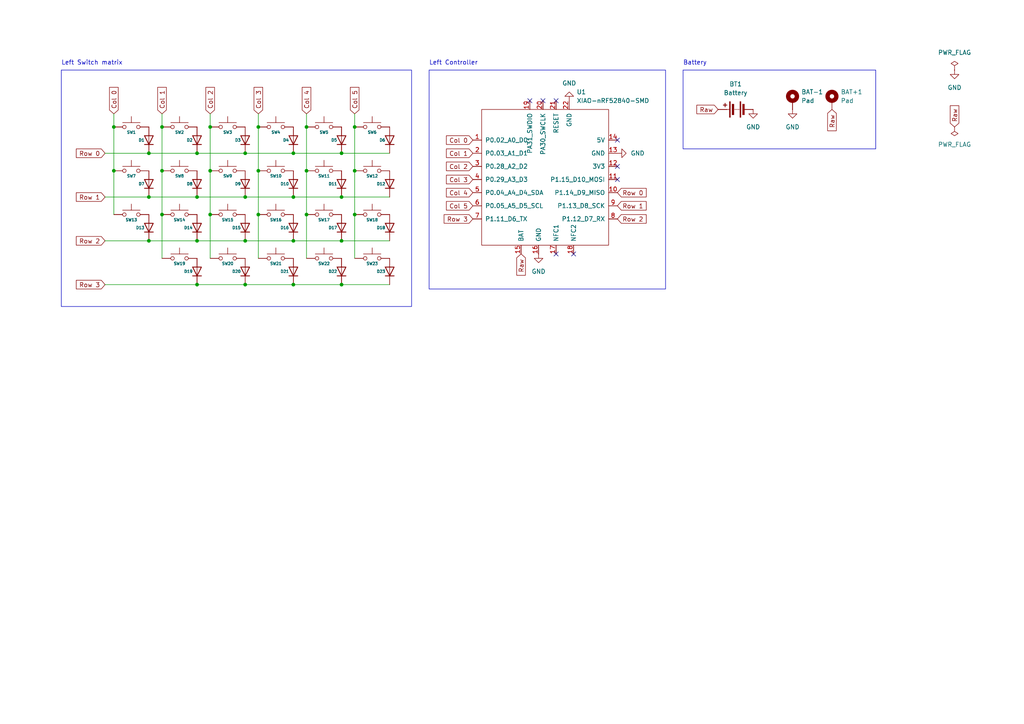
<source format=kicad_sch>
(kicad_sch (version 20250114) (generator "eeschema") (generator_version "9.0")
  (paper "A4")
  (lib_symbols
    (symbol "Device:Battery" (pin_numbers (hide yes)) (pin_names (offset 0) (hide yes))
      (property "Reference" "BT" (at 2.54 2.54 0))
      (property "Value" "Battery" (at 2.54 0 0))
      (symbol "Battery_0_1"
        (rectangle (start -2.286 1.778) (end 2.286 1.524) (fill (type outline)))
        (rectangle (start -2.286 -1.27) (end 2.286 -1.524) (fill (type outline)))
        (rectangle (start -1.524 1.016) (end 1.524 0.508) (fill (type outline)))
        (rectangle (start -1.524 -2.032) (end 1.524 -2.54) (fill (type outline)))
        (polyline (pts (xy 0 1.778) (xy 0 2.54)))
        (polyline (pts (xy 0 0) (xy 0 0.254)))
        (polyline (pts (xy 0 -0.508) (xy 0 -0.254)))
        (polyline (pts (xy 0 -1.016) (xy 0 -0.762)))
        (polyline (pts (xy 0.762 3.048) (xy 1.778 3.048)) (stroke (width 0.254)))
        (polyline (pts (xy 1.27 3.556) (xy 1.27 2.54)) (stroke (width 0.254)))
      )
      (symbol "Battery_1_1"
        (pin passive line (at 0 5.08 270) (length 2.54) (name "+") (number "1"))
        (pin passive line (at 0 -5.08 90) (length 2.54) (name "-") (number "2"))
      )
    )
    (symbol "Device:D" (pin_numbers (hide yes)) (pin_names (offset 1.016) (hide yes))
      (property "Reference" "D" (at 0 2.54 0))
      (property "Value" "D" (at 0 -2.54 0))
      (symbol "D_0_1"
        (polyline (pts (xy -1.27 1.27) (xy -1.27 -1.27)) (stroke (width 0.254)))
        (polyline (pts (xy 1.27 1.27) (xy 1.27 -1.27) (xy -1.27 0) (xy 1.27 1.27)) (stroke (width 0.254)))
        (polyline (pts (xy 1.27 0) (xy -1.27 0)))
      )
      (symbol "D_1_1"
        (pin passive line (at -3.81 0 0) (length 2.54) (name "K") (number "1"))
        (pin passive line (at 3.81 0 180) (length 2.54) (name "A") (number "2"))
      )
    )
    (symbol "Mechanical:MountingHole_Pad" (pin_numbers (hide yes)) (pin_names (offset 1.016) (hide yes)) (exclude_from_sim yes) (in_bom no)
      (property "Reference" "H" (at 0 6.35 0))
      (property "Value" "MountingHole_Pad" (at 0 4.445 0))
      (symbol "MountingHole_Pad_0_1"
        (circle (center 0 1.27) (radius 1.27) (stroke (width 1.27)))
      )
      (symbol "MountingHole_Pad_1_1"
        (pin input line (at 0 -2.54 90) (length 2.54) (name "1") (number "1"))
      )
    )
    (symbol "Seeed_Studio_XIAO_Series:XIAO-nRF52840-SMD" (pin_names (offset 1.016))
      (property "Reference" "U" (at -18.542 23.114 0))
      (property "Value" "XIAO-nRF52840-SMD" (at -8.636 21.336 0))
      (symbol "XIAO-nRF52840-SMD_0_1"
        (rectangle (start -19.05 20.32) (end 17.78 -19.05))
      )
      (symbol "XIAO-nRF52840-SMD_1_1"
        (pin passive line (at -21.59 11.43 0) (length 2.54) (name "P0.02_A0_D0") (number "1"))
        (pin passive line (at -21.59 7.62 0) (length 2.54) (name "P0.03_A1_D1") (number "2"))
        (pin passive line (at -21.59 3.81 0) (length 2.54) (name "P0.28_A2_D2") (number "3"))
        (pin passive line (at -21.59 0 0) (length 2.54) (name "P0.29_A3_D3") (number "4"))
        (pin passive line (at -21.59 -3.81 0) (length 2.54) (name "P0.04_A4_D4_SDA") (number "5"))
        (pin passive line (at -21.59 -7.62 0) (length 2.54) (name "P0.05_A5_D5_SCL") (number "6"))
        (pin passive line (at -21.59 -11.43 0) (length 2.54) (name "P1.11_D6_TX") (number "7"))
        (pin passive line (at -7.62 -21.59 90) (length 2.54) (name "BAT") (number "15"))
        (pin passive line (at -5.08 22.86 270) (length 2.54) (name "PA31_SWDIO") (number "19"))
        (pin passive line (at -2.54 -21.59 90) (length 2.54) (name "GND") (number "16"))
        (pin passive line (at -1.27 22.86 270) (length 2.54) (name "PA30_SWCLK") (number "20"))
        (pin passive line (at 2.54 22.86 270) (length 2.54) (name "RESET") (number "21"))
        (pin passive line (at 2.54 -21.59 90) (length 2.54) (name "NFC1") (number "17"))
        (pin passive line (at 6.35 22.86 270) (length 2.54) (name "GND") (number "22"))
        (pin passive line (at 7.62 -21.59 90) (length 2.54) (name "NFC2") (number "18"))
        (pin passive line (at 20.32 11.43 180) (length 2.54) (name "5V") (number "14"))
        (pin passive line (at 20.32 7.62 180) (length 2.54) (name "GND") (number "13"))
        (pin passive line (at 20.32 3.81 180) (length 2.54) (name "3V3") (number "12"))
        (pin passive line (at 20.32 0 180) (length 2.54) (name "P1.15_D10_MOSI") (number "11"))
        (pin passive line (at 20.32 -3.81 180) (length 2.54) (name "P1.14_D9_MISO") (number "10"))
        (pin passive line (at 20.32 -7.62 180) (length 2.54) (name "P1.13_D8_SCK") (number "9"))
        (pin passive line (at 20.32 -11.43 180) (length 2.54) (name "P1.12_D7_RX") (number "8"))
      )
    )
    (symbol "Switch:SW_Push" (pin_numbers (hide yes)) (pin_names (offset 1.016) (hide yes))
      (property "Reference" "SW" (at 1.27 2.54 0))
      (property "Value" "SW_Push" (at 0 -1.524 0))
      (symbol "SW_Push_0_1"
        (circle (center -2.032 0) (radius 0.508))
        (polyline (pts (xy 0 1.27) (xy 0 3.048)))
        (circle (center 2.032 0) (radius 0.508))
        (polyline (pts (xy 2.54 1.27) (xy -2.54 1.27)))
        (pin passive line (at -5.08 0 0) (length 2.54) (name "1") (number "1"))
        (pin passive line (at 5.08 0 180) (length 2.54) (name "2") (number "2"))
      )
    )
    (symbol "power:GND" (power) (pin_numbers (hide yes)) (pin_names (offset 0) (hide yes))
      (property "Value" "GND" (at 0 -3.81 0))
      (symbol "GND_0_1"
        (polyline (pts (xy 0 0) (xy 0 -1.27) (xy 1.27 -1.27) (xy 0 -2.54) (xy -1.27 -1.27) (xy 0 -1.27)))
      )
      (symbol "GND_1_1"
        (pin power_in line (at 0 0 270) (length 0) (name "~") (number "1"))
      )
    )
    (symbol "power:PWR_FLAG" (power) (pin_numbers (hide yes)) (pin_names (offset 0) (hide yes))
      (property "Value" "PWR_FLAG" (at 0 3.81 0))
      (symbol "PWR_FLAG_0_0"
        (pin power_out line (at 0 0 90) (length 0) (name "~") (number "1"))
      )
      (symbol "PWR_FLAG_0_1"
        (polyline (pts (xy 0 0) (xy 0 1.27) (xy -1.016 1.905) (xy 0 2.54) (xy 1.016 1.905) (xy 0 1.27)))
      )
    )
  )
  (rectangle (start 198.12 20.32) (end 254 43.18))
  (rectangle (start 124.46 20.32) (end 193.04 83.82))
  (rectangle (start 17.78 20.32) (end 119.38 88.9))
  (text "Left Switch matrix" (at 17.78 19.05 0) (effects (font (size 1.27 1.27)) (justify left bottom)))
  (text "Left Controller " (at 124.46 19.05 0) (effects (font (size 1.27 1.27)) (justify left bottom)))
  (text "Battery" (at 198.12 19.05 0) (effects (font (size 1.27 1.27)) (justify left bottom)))
  (junction (at 60.96 36.83))
  (junction (at 71.12 69.85))
  (junction (at 99.06 82.55))
  (junction (at 43.18 69.85))
  (junction (at 85.09 44.45))
  (junction (at 88.9 36.83))
  (junction (at 57.15 82.55))
  (junction (at 102.87 36.83))
  (junction (at 57.15 57.15))
  (junction (at 99.06 44.45))
  (junction (at 43.18 57.15))
  (junction (at 99.06 69.85))
  (junction (at 74.93 36.83))
  (junction (at 88.9 49.53))
  (junction (at 46.99 49.53))
  (junction (at 57.15 44.45))
  (junction (at 71.12 82.55))
  (junction (at 43.18 44.45))
  (junction (at 102.87 49.53))
  (junction (at 74.93 49.53))
  (junction (at 33.02 49.53))
  (junction (at 99.06 57.15))
  (junction (at 71.12 44.45))
  (junction (at 33.02 36.83))
  (junction (at 71.12 57.15))
  (junction (at 60.96 62.23))
  (junction (at 46.99 36.83))
  (junction (at 46.99 62.23))
  (junction (at 88.9 62.23))
  (junction (at 74.93 62.23))
  (junction (at 57.15 69.85))
  (junction (at 60.96 49.53))
  (junction (at 85.09 82.55))
  (junction (at 85.09 57.15))
  (junction (at 102.87 62.23))
  (junction (at 85.09 69.85))
  (no_connect (at 179.07 48.26))
  (no_connect (at 157.48 29.21))
  (no_connect (at 179.07 40.64))
  (no_connect (at 166.37 73.66))
  (no_connect (at 179.07 52.07))
  (no_connect (at 153.67 29.21))
  (no_connect (at 161.29 73.66))
  (no_connect (at 161.29 29.21))
  (wire (pts (xy 71.12 57.15) (xy 85.09 57.15)))
  (wire (pts (xy 57.15 57.15) (xy 71.12 57.15)))
  (wire (pts (xy 102.87 49.53) (xy 102.87 62.23)))
  (wire (pts (xy 30.48 69.85) (xy 43.18 69.85)))
  (wire (pts (xy 43.18 44.45) (xy 57.15 44.45)))
  (wire (pts (xy 85.09 44.45) (xy 99.06 44.45)))
  (wire (pts (xy 30.48 82.55) (xy 57.15 82.55)))
  (wire (pts (xy 99.06 82.55) (xy 113.03 82.55)))
  (wire (pts (xy 60.96 36.83) (xy 60.96 49.53)))
  (wire (pts (xy 46.99 49.53) (xy 46.99 62.23)))
  (wire (pts (xy 88.9 62.23) (xy 88.9 74.93)))
  (wire (pts (xy 60.96 49.53) (xy 60.96 62.23)))
  (wire (pts (xy 99.06 69.85) (xy 113.03 69.85)))
  (wire (pts (xy 57.15 69.85) (xy 71.12 69.85)))
  (wire (pts (xy 85.09 69.85) (xy 99.06 69.85)))
  (wire (pts (xy 33.02 33.02) (xy 33.02 36.83)))
  (wire (pts (xy 74.93 49.53) (xy 74.93 62.23)))
  (wire (pts (xy 43.18 69.85) (xy 57.15 69.85)))
  (wire (pts (xy 60.96 33.02) (xy 60.96 36.83)))
  (wire (pts (xy 102.87 36.83) (xy 102.87 49.53)))
  (wire (pts (xy 30.48 57.15) (xy 43.18 57.15)))
  (wire (pts (xy 102.87 33.02) (xy 102.87 36.83)))
  (wire (pts (xy 46.99 36.83) (xy 46.99 49.53)))
  (wire (pts (xy 85.09 57.15) (xy 99.06 57.15)))
  (wire (pts (xy 88.9 33.02) (xy 88.9 36.83)))
  (wire (pts (xy 99.06 57.15) (xy 113.03 57.15)))
  (wire (pts (xy 33.02 36.83) (xy 33.02 49.53)))
  (wire (pts (xy 102.87 62.23) (xy 102.87 74.93)))
  (wire (pts (xy 57.15 44.45) (xy 71.12 44.45)))
  (wire (pts (xy 74.93 36.83) (xy 74.93 49.53)))
  (wire (pts (xy 43.18 57.15) (xy 57.15 57.15)))
  (wire (pts (xy 74.93 62.23) (xy 74.93 74.93)))
  (wire (pts (xy 33.02 49.53) (xy 33.02 62.23)))
  (wire (pts (xy 46.99 33.02) (xy 46.99 36.83)))
  (wire (pts (xy 71.12 82.55) (xy 85.09 82.55)))
  (wire (pts (xy 74.93 33.02) (xy 74.93 36.83)))
  (wire (pts (xy 71.12 69.85) (xy 85.09 69.85)))
  (wire (pts (xy 30.48 44.45) (xy 43.18 44.45)))
  (wire (pts (xy 88.9 49.53) (xy 88.9 62.23)))
  (wire (pts (xy 46.99 62.23) (xy 46.99 74.93)))
  (wire (pts (xy 88.9 36.83) (xy 88.9 49.53)))
  (wire (pts (xy 57.15 82.55) (xy 71.12 82.55)))
  (wire (pts (xy 60.96 62.23) (xy 60.96 74.93)))
  (wire (pts (xy 71.12 44.45) (xy 85.09 44.45)))
  (wire (pts (xy 99.06 44.45) (xy 113.03 44.45)))
  (wire (pts (xy 85.09 82.55) (xy 99.06 82.55)))
  (global_label "Raw" (shape input) (at 151.13 73.66 270) (property "Intersheetrefs" "${INTERSHEET_REFS}" (effects (hide yes))))
  (global_label "Row 3" (shape input) (at 30.48 82.55 180) (property "Intersheetrefs" "${INTERSHEET_REFS}" (effects (hide yes))))
  (global_label "Row 0" (shape input) (at 30.48 44.45 180) (property "Intersheetrefs" "${INTERSHEET_REFS}" (effects (hide yes))))
  (global_label "Row 2" (shape input) (at 30.48 69.85 180) (property "Intersheetrefs" "${INTERSHEET_REFS}" (effects (hide yes))))
  (global_label "Raw" (shape input) (at 276.86 36.83 90) (property "Intersheetrefs" "${INTERSHEET_REFS}" (effects (hide yes))))
  (global_label "Row 3" (shape input) (at 137.16 63.5 180) (property "Intersheetrefs" "${INTERSHEET_REFS}" (effects (hide yes))))
  (global_label "Col 5" (shape input) (at 137.16 59.69 180) (property "Intersheetrefs" "${INTERSHEET_REFS}" (effects (hide yes))))
  (global_label "Col 1" (shape input) (at 137.16 44.45 180) (property "Intersheetrefs" "${INTERSHEET_REFS}" (effects (hide yes))))
  (global_label "Row 2" (shape input) (at 179.07 63.5 0) (property "Intersheetrefs" "${INTERSHEET_REFS}" (effects (hide yes))))
  (global_label "Col 2" (shape input) (at 137.16 48.26 180) (property "Intersheetrefs" "${INTERSHEET_REFS}" (effects (hide yes))))
  (global_label "Row 1" (shape input) (at 30.48 57.15 180) (property "Intersheetrefs" "${INTERSHEET_REFS}" (effects (hide yes))))
  (global_label "Col 0" (shape input) (at 137.16 40.64 180) (property "Intersheetrefs" "${INTERSHEET_REFS}" (effects (hide yes))))
  (global_label "Col 4" (shape input) (at 88.9 33.02 90) (property "Intersheetrefs" "${INTERSHEET_REFS}" (effects (hide yes))))
  (global_label "Col 0" (shape input) (at 33.02 33.02 90) (property "Intersheetrefs" "${INTERSHEET_REFS}" (effects (hide yes))))
  (global_label "Col 3" (shape input) (at 137.16 52.07 180) (property "Intersheetrefs" "${INTERSHEET_REFS}" (effects (hide yes))))
  (global_label "Col 3" (shape input) (at 74.93 33.02 90) (property "Intersheetrefs" "${INTERSHEET_REFS}" (effects (hide yes))))
  (global_label "Col 2" (shape input) (at 60.96 33.02 90) (property "Intersheetrefs" "${INTERSHEET_REFS}" (effects (hide yes))))
  (global_label "Row 0" (shape input) (at 179.07 55.88 0) (property "Intersheetrefs" "${INTERSHEET_REFS}" (effects (hide yes))))
  (global_label "Row 1" (shape input) (at 179.07 59.69 0) (property "Intersheetrefs" "${INTERSHEET_REFS}" (effects (hide yes))))
  (global_label "Col 4" (shape input) (at 137.16 55.88 180) (property "Intersheetrefs" "${INTERSHEET_REFS}" (effects (hide yes))))
  (global_label "Raw" (shape input) (at 241.3 31.75 270) (property "Intersheetrefs" "${INTERSHEET_REFS}" (effects (hide yes))))
  (global_label "Col 5" (shape input) (at 102.87 33.02 90) (property "Intersheetrefs" "${INTERSHEET_REFS}" (effects (hide yes))))
  (global_label "Col 1" (shape input) (at 46.99 33.02 90) (property "Intersheetrefs" "${INTERSHEET_REFS}" (effects (hide yes))))
  (global_label "Raw" (shape input) (at 208.28 31.75 180) (property "Intersheetrefs" "${INTERSHEET_REFS}" (effects (hide yes))))
  (symbol (lib_id "Device:D") (at 85.09 53.34 90) (unit 1)
    (property "Reference" "D10" (at 83.82 53.34 90) (effects (font (size 0.8128 0.8128)) (justify left)))
    (property "Value" "D" (effects (hide yes)))
    (property "Footprint" "axseem:D_SOD-123_HandSoldering_Reversible" (effects (hide yes)))
    (property "Description" "Diode" (effects (hide yes)))
    (property "Sim.Device" "D" (effects (hide yes)))
    (property "Sim.Pins" "1=K 2=A" (effects (hide yes)))
  )
  (symbol (lib_id "power:GND") (at 229.87 31.75 0) (mirror y) (unit 1)
    (property "Reference" "#PWR024" (effects (hide yes)))
    (property "Value" "GND" (at 229.87 36.83 0))
    (property "Description" "Power symbol creates a global label with name \"GND\" , ground" (effects (hide yes)))
  )
  (symbol (lib_id "power:GND") (at 156.21 73.66 0) (unit 1)
    (property "Reference" "#PWR014" (effects (hide yes)))
    (property "Value" "GND" (at 156.21 78.74 0))
    (property "Description" "Power symbol creates a global label with name \"GND\" , ground" (effects (hide yes)))
  )
  (symbol (lib_id "power:GND") (at 276.86 20.32 0) (unit 1)
    (property "Reference" "#PWR016" (effects (hide yes)))
    (property "Value" "GND" (at 276.86 25.4 0))
    (property "Description" "Power symbol creates a global label with name \"GND\" , ground" (effects (hide yes)))
  )
  (symbol (lib_id "Device:D") (at 71.12 40.64 90) (unit 1)
    (property "Reference" "D3" (at 69.85 40.64 90) (effects (font (size 0.8128 0.8128)) (justify left)))
    (property "Value" "D" (effects (hide yes)))
    (property "Footprint" "axseem:D_SOD-123_HandSoldering_Reversible" (effects (hide yes)))
    (property "Description" "Diode" (effects (hide yes)))
    (property "Sim.Device" "D" (effects (hide yes)))
    (property "Sim.Pins" "1=K 2=A" (effects (hide yes)))
  )
  (symbol (lib_id "Switch:SW_Push") (at 38.1 36.83 0) (unit 1)
    (property "Reference" "SW1" (at 38.1 38.354 0) (effects (font (size 0.8128 0.8128))))
    (property "Value" "SW_Push" (effects (hide yes)))
    (property "Footprint" "axseem:SW_MX_Choc_Hotswap_Plated" (effects (hide yes)))
    (property "Description" "Push button switch, generic, two pins" (effects (hide yes)))
  )
  (symbol (lib_id "Device:D") (at 113.03 53.34 90) (unit 1)
    (property "Reference" "D12" (at 111.76 53.34 90) (effects (font (size 0.8128 0.8128)) (justify left)))
    (property "Value" "D" (effects (hide yes)))
    (property "Footprint" "axseem:D_SOD-123_HandSoldering_Reversible" (effects (hide yes)))
    (property "Description" "Diode" (effects (hide yes)))
    (property "Sim.Device" "D" (effects (hide yes)))
    (property "Sim.Pins" "1=K 2=A" (effects (hide yes)))
  )
  (symbol (lib_id "Switch:SW_Push") (at 52.07 36.83 0) (unit 1)
    (property "Reference" "SW2" (at 52.07 38.354 0) (effects (font (size 0.8128 0.8128))))
    (property "Value" "SW_Push" (effects (hide yes)))
    (property "Footprint" "axseem:SW_MX_Choc_Hotswap_Plated" (effects (hide yes)))
    (property "Description" "Push button switch, generic, two pins" (effects (hide yes)))
  )
  (symbol (lib_id "Device:D") (at 71.12 78.74 90) (unit 1)
    (property "Reference" "D20" (at 69.85 78.74 90) (effects (font (size 0.8128 0.8128)) (justify left)))
    (property "Value" "D" (effects (hide yes)))
    (property "Footprint" "axseem:D_SOD-123_HandSoldering_Reversible" (effects (hide yes)))
    (property "Description" "Diode" (effects (hide yes)))
    (property "Sim.Device" "D" (effects (hide yes)))
    (property "Sim.Pins" "1=K 2=A" (effects (hide yes)))
  )
  (symbol (lib_id "Device:D") (at 113.03 40.64 90) (unit 1)
    (property "Reference" "D6" (at 111.76 40.64 90) (effects (font (size 0.8128 0.8128)) (justify left)))
    (property "Value" "D" (effects (hide yes)))
    (property "Footprint" "axseem:D_SOD-123_HandSoldering_Reversible" (effects (hide yes)))
    (property "Description" "Diode" (effects (hide yes)))
    (property "Sim.Device" "D" (effects (hide yes)))
    (property "Sim.Pins" "1=K 2=A" (effects (hide yes)))
  )
  (symbol (lib_id "Switch:SW_Push") (at 66.04 62.23 0) (unit 1)
    (property "Reference" "SW15" (at 66.04 63.754 0) (effects (font (size 0.8128 0.8128))))
    (property "Value" "SW_Push" (effects (hide yes)))
    (property "Footprint" "axseem:SW_MX_Choc_Hotswap_Plated" (effects (hide yes)))
    (property "Description" "Push button switch, generic, two pins" (effects (hide yes)))
  )
  (symbol (lib_id "Device:D") (at 57.15 40.64 90) (unit 1)
    (property "Reference" "D2" (at 55.88 40.64 90) (effects (font (size 0.8128 0.8128)) (justify left)))
    (property "Value" "D" (effects (hide yes)))
    (property "Footprint" "axseem:D_SOD-123_HandSoldering_Reversible" (effects (hide yes)))
    (property "Description" "Diode" (effects (hide yes)))
    (property "Sim.Device" "D" (effects (hide yes)))
    (property "Sim.Pins" "1=K 2=A" (effects (hide yes)))
  )
  (symbol (lib_id "Device:D") (at 43.18 66.04 90) (unit 1)
    (property "Reference" "D13" (at 41.91 66.04 90) (effects (font (size 0.8128 0.8128)) (justify left)))
    (property "Value" "D" (effects (hide yes)))
    (property "Footprint" "axseem:D_SOD-123_HandSoldering_Reversible" (effects (hide yes)))
    (property "Description" "Diode" (effects (hide yes)))
    (property "Sim.Device" "D" (effects (hide yes)))
    (property "Sim.Pins" "1=K 2=A" (effects (hide yes)))
  )
  (symbol (lib_id "Device:D") (at 99.06 40.64 90) (unit 1)
    (property "Reference" "D5" (at 97.79 40.64 90) (effects (font (size 0.8128 0.8128)) (justify left)))
    (property "Value" "D" (effects (hide yes)))
    (property "Footprint" "axseem:D_SOD-123_HandSoldering_Reversible" (effects (hide yes)))
    (property "Description" "Diode" (effects (hide yes)))
    (property "Sim.Device" "D" (effects (hide yes)))
    (property "Sim.Pins" "1=K 2=A" (effects (hide yes)))
  )
  (symbol (lib_id "Device:D") (at 85.09 66.04 90) (unit 1)
    (property "Reference" "D16" (at 83.82 66.04 90) (effects (font (size 0.8128 0.8128)) (justify left)))
    (property "Value" "D" (effects (hide yes)))
    (property "Footprint" "axseem:D_SOD-123_HandSoldering_Reversible" (effects (hide yes)))
    (property "Description" "Diode" (effects (hide yes)))
    (property "Sim.Device" "D" (effects (hide yes)))
    (property "Sim.Pins" "1=K 2=A" (effects (hide yes)))
  )
  (symbol (lib_id "Switch:SW_Push") (at 107.95 49.53 0) (unit 1)
    (property "Reference" "SW12" (at 107.95 51.054 0) (effects (font (size 0.8128 0.8128))))
    (property "Value" "SW_Push" (effects (hide yes)))
    (property "Footprint" "axseem:SW_MX_Choc_Hotswap_Plated" (effects (hide yes)))
    (property "Description" "Push button switch, generic, two pins" (effects (hide yes)))
  )
  (symbol (lib_id "Switch:SW_Push") (at 107.95 74.93 0) (unit 1)
    (property "Reference" "SW23" (at 107.95 76.454 0) (effects (font (size 0.8128 0.8128))))
    (property "Value" "SW_Push" (effects (hide yes)))
    (property "Footprint" "axseem:SW_MX_Choc_Hotswap_Plated" (effects (hide yes)))
    (property "Description" "Push button switch, generic, two pins" (effects (hide yes)))
  )
  (symbol (lib_id "Mechanical:MountingHole_Pad") (at 241.3 29.21 0) (unit 1)
    (property "Reference" "BAT+1" (at 243.84 26.6699 0) (effects (justify left)))
    (property "Value" "Pad" (at 243.84 29.2099 0) (effects (justify left)))
    (property "Footprint" "axseem:Pad" (effects (hide yes)))
    (property "Description" "Mounting Hole with connection" (effects (hide yes)))
  )
  (symbol (lib_id "Device:D") (at 99.06 66.04 90) (unit 1)
    (property "Reference" "D17" (at 97.79 66.04 90) (effects (font (size 0.8128 0.8128)) (justify left)))
    (property "Value" "D" (effects (hide yes)))
    (property "Footprint" "axseem:D_SOD-123_HandSoldering_Reversible" (effects (hide yes)))
    (property "Description" "Diode" (effects (hide yes)))
    (property "Sim.Device" "D" (effects (hide yes)))
    (property "Sim.Pins" "1=K 2=A" (effects (hide yes)))
  )
  (symbol (lib_id "Device:D") (at 113.03 78.74 90) (unit 1)
    (property "Reference" "D23" (at 111.76 78.74 90) (effects (font (size 0.8128 0.8128)) (justify left)))
    (property "Value" "D" (effects (hide yes)))
    (property "Footprint" "axseem:D_SOD-123_HandSoldering_Reversible" (effects (hide yes)))
    (property "Description" "Diode" (effects (hide yes)))
    (property "Sim.Device" "D" (effects (hide yes)))
    (property "Sim.Pins" "1=K 2=A" (effects (hide yes)))
  )
  (symbol (lib_id "Device:D") (at 99.06 78.74 90) (unit 1)
    (property "Reference" "D22" (at 97.79 78.74 90) (effects (font (size 0.8128 0.8128)) (justify left)))
    (property "Value" "D" (effects (hide yes)))
    (property "Footprint" "axseem:D_SOD-123_HandSoldering_Reversible" (effects (hide yes)))
    (property "Description" "Diode" (effects (hide yes)))
    (property "Sim.Device" "D" (effects (hide yes)))
    (property "Sim.Pins" "1=K 2=A" (effects (hide yes)))
  )
  (symbol (lib_id "Switch:SW_Push") (at 52.07 74.93 0) (unit 1)
    (property "Reference" "SW19" (at 52.07 76.454 0) (effects (font (size 0.8128 0.8128))))
    (property "Value" "SW_Push" (effects (hide yes)))
    (property "Footprint" "axseem:SW_MX_Choc_Hotswap_Plated" (effects (hide yes)))
    (property "Description" "Push button switch, generic, two pins" (effects (hide yes)))
  )
  (symbol (lib_id "Switch:SW_Push") (at 66.04 49.53 0) (unit 1)
    (property "Reference" "SW9" (at 66.04 51.054 0) (effects (font (size 0.8128 0.8128))))
    (property "Value" "SW_Push" (effects (hide yes)))
    (property "Footprint" "axseem:SW_MX_Choc_Hotswap_Plated" (effects (hide yes)))
    (property "Description" "Push button switch, generic, two pins" (effects (hide yes)))
  )
  (symbol (lib_id "Seeed_Studio_XIAO_Series:XIAO-nRF52840-SMD") (at 158.75 52.07 0) (unit 1)
    (property "Reference" "U1" (at 167.2433 26.67 0) (effects (justify left)))
    (property "Value" "XIAO-nRF52840-SMD" (at 167.2433 29.21 0) (effects (justify left)))
    (property "Footprint" "axseem:XIAO-nRF52840-SMD" (effects (hide yes)))
  )
  (symbol (lib_id "Device:D") (at 71.12 53.34 90) (unit 1)
    (property "Reference" "D9" (at 69.85 53.34 90) (effects (font (size 0.8128 0.8128)) (justify left)))
    (property "Value" "D" (effects (hide yes)))
    (property "Footprint" "axseem:D_SOD-123_HandSoldering_Reversible" (effects (hide yes)))
    (property "Description" "Diode" (effects (hide yes)))
    (property "Sim.Device" "D" (effects (hide yes)))
    (property "Sim.Pins" "1=K 2=A" (effects (hide yes)))
  )
  (symbol (lib_id "Switch:SW_Push") (at 52.07 49.53 0) (unit 1)
    (property "Reference" "SW8" (at 52.07 51.054 0) (effects (font (size 0.8128 0.8128))))
    (property "Value" "SW_Push" (effects (hide yes)))
    (property "Footprint" "axseem:SW_MX_Choc_Hotswap_Plated" (effects (hide yes)))
    (property "Description" "Push button switch, generic, two pins" (effects (hide yes)))
  )
  (symbol (lib_id "Switch:SW_Push") (at 66.04 36.83 0) (unit 1)
    (property "Reference" "SW3" (at 66.04 38.354 0) (effects (font (size 0.8128 0.8128))))
    (property "Value" "SW_Push" (effects (hide yes)))
    (property "Footprint" "axseem:SW_MX_Choc_Hotswap_Plated" (effects (hide yes)))
    (property "Description" "Push button switch, generic, two pins" (effects (hide yes)))
  )
  (symbol (lib_id "Switch:SW_Push") (at 38.1 49.53 0) (unit 1)
    (property "Reference" "SW7" (at 38.1 51.054 0) (effects (font (size 0.8128 0.8128))))
    (property "Value" "SW_Push" (effects (hide yes)))
    (property "Footprint" "axseem:SW_MX_Choc_Hotswap_Plated" (effects (hide yes)))
    (property "Description" "Push button switch, generic, two pins" (effects (hide yes)))
  )
  (symbol (lib_id "power:PWR_FLAG") (at 276.86 20.32 0) (unit 1)
    (property "Reference" "#FLG01" (effects (hide yes)))
    (property "Value" "PWR_FLAG" (at 276.86 15.24 0))
    (property "Description" "Special symbol for telling ERC where power comes from" (effects (hide yes)))
  )
  (symbol (lib_id "Switch:SW_Push") (at 52.07 62.23 0) (unit 1)
    (property "Reference" "SW14" (at 52.07 63.754 0) (effects (font (size 0.8128 0.8128))))
    (property "Value" "SW_Push" (effects (hide yes)))
    (property "Footprint" "axseem:SW_MX_Choc_Hotswap_Plated" (effects (hide yes)))
    (property "Description" "Push button switch, generic, two pins" (effects (hide yes)))
  )
  (symbol (lib_id "Switch:SW_Push") (at 93.98 36.83 0) (unit 1)
    (property "Reference" "SW5" (at 93.98 38.354 0) (effects (font (size 0.8128 0.8128))))
    (property "Value" "SW_Push" (effects (hide yes)))
    (property "Footprint" "axseem:SW_MX_Choc_Hotswap_Plated" (effects (hide yes)))
    (property "Description" "Push button switch, generic, two pins" (effects (hide yes)))
  )
  (symbol (lib_id "Switch:SW_Push") (at 80.01 36.83 0) (unit 1)
    (property "Reference" "SW4" (at 80.01 38.354 0) (effects (font (size 0.8128 0.8128))))
    (property "Value" "SW_Push" (effects (hide yes)))
    (property "Footprint" "axseem:SW_MX_Choc_Hotswap_Plated" (effects (hide yes)))
    (property "Description" "Push button switch, generic, two pins" (effects (hide yes)))
  )
  (symbol (lib_id "Switch:SW_Push") (at 107.95 62.23 0) (unit 1)
    (property "Reference" "SW18" (at 107.95 63.754 0) (effects (font (size 0.8128 0.8128))))
    (property "Value" "SW_Push" (effects (hide yes)))
    (property "Footprint" "axseem:SW_MX_Choc_Hotswap_Plated" (effects (hide yes)))
    (property "Description" "Push button switch, generic, two pins" (effects (hide yes)))
  )
  (symbol (lib_id "Switch:SW_Push") (at 80.01 74.93 0) (unit 1)
    (property "Reference" "SW21" (at 80.01 76.454 0) (effects (font (size 0.8128 0.8128))))
    (property "Value" "SW_Push" (effects (hide yes)))
    (property "Footprint" "axseem:SW_MX_Choc_Hotswap_Plated" (effects (hide yes)))
    (property "Description" "Push button switch, generic, two pins" (effects (hide yes)))
  )
  (symbol (lib_id "Device:D") (at 85.09 78.74 90) (unit 1)
    (property "Reference" "D21" (at 83.82 78.74 90) (effects (font (size 0.8128 0.8128)) (justify left)))
    (property "Value" "D" (effects (hide yes)))
    (property "Footprint" "axseem:D_SOD-123_HandSoldering_Reversible" (effects (hide yes)))
    (property "Description" "Diode" (effects (hide yes)))
    (property "Sim.Device" "D" (effects (hide yes)))
    (property "Sim.Pins" "1=K 2=A" (effects (hide yes)))
  )
  (symbol (lib_id "Switch:SW_Push") (at 80.01 49.53 0) (unit 1)
    (property "Reference" "SW10" (at 80.01 51.054 0) (effects (font (size 0.8128 0.8128))))
    (property "Value" "SW_Push" (effects (hide yes)))
    (property "Footprint" "axseem:SW_MX_Choc_Hotswap_Plated" (effects (hide yes)))
    (property "Description" "Push button switch, generic, two pins" (effects (hide yes)))
  )
  (symbol (lib_id "Mechanical:MountingHole_Pad") (at 229.87 29.21 0) (unit 1)
    (property "Reference" "BAT-1" (at 232.41 26.6699 0) (effects (justify left)))
    (property "Value" "Pad" (at 232.41 29.2099 0) (effects (justify left)))
    (property "Footprint" "axseem:Pad" (effects (hide yes)))
    (property "Description" "Mounting Hole with connection" (effects (hide yes)))
  )
  (symbol (lib_id "Switch:SW_Push") (at 93.98 49.53 0) (unit 1)
    (property "Reference" "SW11" (at 93.98 51.054 0) (effects (font (size 0.8128 0.8128))))
    (property "Value" "SW_Push" (effects (hide yes)))
    (property "Footprint" "axseem:SW_MX_Choc_Hotswap_Plated" (effects (hide yes)))
    (property "Description" "Push button switch, generic, two pins" (effects (hide yes)))
  )
  (symbol (lib_id "Switch:SW_Push") (at 80.01 62.23 0) (unit 1)
    (property "Reference" "SW16" (at 80.01 63.754 0) (effects (font (size 0.8128 0.8128))))
    (property "Value" "SW_Push" (effects (hide yes)))
    (property "Footprint" "axseem:SW_MX_Choc_Hotswap_Plated" (effects (hide yes)))
    (property "Description" "Push button switch, generic, two pins" (effects (hide yes)))
  )
  (symbol (lib_id "Device:D") (at 43.18 53.34 90) (unit 1)
    (property "Reference" "D7" (at 41.91 53.34 90) (effects (font (size 0.8128 0.8128)) (justify left)))
    (property "Value" "D" (effects (hide yes)))
    (property "Footprint" "axseem:D_SOD-123_HandSoldering_Reversible" (effects (hide yes)))
    (property "Description" "Diode" (effects (hide yes)))
    (property "Sim.Device" "D" (effects (hide yes)))
    (property "Sim.Pins" "1=K 2=A" (effects (hide yes)))
  )
  (symbol (lib_id "Device:D") (at 57.15 53.34 90) (unit 1)
    (property "Reference" "D8" (at 55.88 53.34 90) (effects (font (size 0.8128 0.8128)) (justify left)))
    (property "Value" "D" (effects (hide yes)))
    (property "Footprint" "axseem:D_SOD-123_HandSoldering_Reversible" (effects (hide yes)))
    (property "Description" "Diode" (effects (hide yes)))
    (property "Sim.Device" "D" (effects (hide yes)))
    (property "Sim.Pins" "1=K 2=A" (effects (hide yes)))
  )
  (symbol (lib_id "power:GND") (at 165.1 29.21 180) (unit 1)
    (property "Reference" "#PWR015" (effects (hide yes)))
    (property "Value" "GND" (at 165.1 24.13 0))
    (property "Description" "Power symbol creates a global label with name \"GND\" , ground" (effects (hide yes)))
  )
  (symbol (lib_id "Device:Battery") (at 213.36 31.75 90) (unit 1)
    (property "Reference" "BT1" (at 213.36 24.384 90))
    (property "Value" "Battery" (at 213.36 26.924 90))
    (property "Footprint" "axseem:JST_1.25mm_Reversible" (effects (hide yes)))
    (property "Description" "Multiple-cell battery" (effects (hide yes)))
  )
  (symbol (lib_id "power:PWR_FLAG") (at 276.86 36.83 180) (unit 1)
    (property "Reference" "#FLG04" (effects (hide yes)))
    (property "Value" "PWR_FLAG" (at 276.86 41.91 0))
    (property "Description" "Special symbol for telling ERC where power comes from" (effects (hide yes)))
  )
  (symbol (lib_id "power:GND") (at 179.07 44.45 90) (unit 1)
    (property "Reference" "#PWR013" (effects (hide yes)))
    (property "Value" "GND" (at 182.88 44.4499 90) (effects (justify right)))
    (property "Description" "Power symbol creates a global label with name \"GND\" , ground" (effects (hide yes)))
  )
  (symbol (lib_id "Device:D") (at 85.09 40.64 90) (unit 1)
    (property "Reference" "D4" (at 83.82 40.64 90) (effects (font (size 0.8128 0.8128)) (justify left)))
    (property "Value" "D" (effects (hide yes)))
    (property "Footprint" "axseem:D_SOD-123_HandSoldering_Reversible" (effects (hide yes)))
    (property "Description" "Diode" (effects (hide yes)))
    (property "Sim.Device" "D" (effects (hide yes)))
    (property "Sim.Pins" "1=K 2=A" (effects (hide yes)))
  )
  (symbol (lib_id "Device:D") (at 57.15 78.74 90) (unit 1)
    (property "Reference" "D19" (at 55.88 78.74 90) (effects (font (size 0.8128 0.8128)) (justify left)))
    (property "Value" "D" (effects (hide yes)))
    (property "Footprint" "axseem:D_SOD-123_HandSoldering_Reversible" (effects (hide yes)))
    (property "Description" "Diode" (effects (hide yes)))
    (property "Sim.Device" "D" (effects (hide yes)))
    (property "Sim.Pins" "1=K 2=A" (effects (hide yes)))
  )
  (symbol (lib_id "Switch:SW_Push") (at 38.1 62.23 0) (unit 1)
    (property "Reference" "SW13" (at 38.1 63.754 0) (effects (font (size 0.8128 0.8128))))
    (property "Value" "SW_Push" (effects (hide yes)))
    (property "Footprint" "axseem:SW_MX_Choc_Hotswap_Plated" (effects (hide yes)))
    (property "Description" "Push button switch, generic, two pins" (effects (hide yes)))
  )
  (symbol (lib_id "Device:D") (at 113.03 66.04 90) (unit 1)
    (property "Reference" "D18" (at 111.76 66.04 90) (effects (font (size 0.8128 0.8128)) (justify left)))
    (property "Value" "D" (effects (hide yes)))
    (property "Footprint" "axseem:D_SOD-123_HandSoldering_Reversible" (effects (hide yes)))
    (property "Description" "Diode" (effects (hide yes)))
    (property "Sim.Device" "D" (effects (hide yes)))
    (property "Sim.Pins" "1=K 2=A" (effects (hide yes)))
  )
  (symbol (lib_id "Switch:SW_Push") (at 107.95 36.83 0) (unit 1)
    (property "Reference" "SW6" (at 107.95 38.354 0) (effects (font (size 0.8128 0.8128))))
    (property "Value" "SW_Push" (effects (hide yes)))
    (property "Footprint" "axseem:SW_MX_Choc_Hotswap_Plated" (effects (hide yes)))
    (property "Description" "Push button switch, generic, two pins" (effects (hide yes)))
  )
  (symbol (lib_id "Device:D") (at 99.06 53.34 90) (unit 1)
    (property "Reference" "D11" (at 97.79 53.34 90) (effects (font (size 0.8128 0.8128)) (justify left)))
    (property "Value" "D" (effects (hide yes)))
    (property "Footprint" "axseem:D_SOD-123_HandSoldering_Reversible" (effects (hide yes)))
    (property "Description" "Diode" (effects (hide yes)))
    (property "Sim.Device" "D" (effects (hide yes)))
    (property "Sim.Pins" "1=K 2=A" (effects (hide yes)))
  )
  (symbol (lib_id "Device:D") (at 71.12 66.04 90) (unit 1)
    (property "Reference" "D15" (at 69.85 66.04 90) (effects (font (size 0.8128 0.8128)) (justify left)))
    (property "Value" "D" (effects (hide yes)))
    (property "Footprint" "axseem:D_SOD-123_HandSoldering_Reversible" (effects (hide yes)))
    (property "Description" "Diode" (effects (hide yes)))
    (property "Sim.Device" "D" (effects (hide yes)))
    (property "Sim.Pins" "1=K 2=A" (effects (hide yes)))
  )
  (symbol (lib_id "Switch:SW_Push") (at 93.98 74.93 0) (unit 1)
    (property "Reference" "SW22" (at 93.98 76.454 0) (effects (font (size 0.8128 0.8128))))
    (property "Value" "SW_Push" (effects (hide yes)))
    (property "Footprint" "axseem:SW_MX_Choc_Hotswap_Plated" (effects (hide yes)))
    (property "Description" "Push button switch, generic, two pins" (effects (hide yes)))
  )
  (symbol (lib_id "power:GND") (at 218.44 31.75 0) (mirror y) (unit 1)
    (property "Reference" "#PWR023" (effects (hide yes)))
    (property "Value" "GND" (at 218.44 36.83 0))
    (property "Description" "Power symbol creates a global label with name \"GND\" , ground" (effects (hide yes)))
  )
  (symbol (lib_id "Switch:SW_Push") (at 93.98 62.23 0) (unit 1)
    (property "Reference" "SW17" (at 93.98 63.754 0) (effects (font (size 0.8128 0.8128))))
    (property "Value" "SW_Push" (effects (hide yes)))
    (property "Footprint" "axseem:SW_MX_Choc_Hotswap_Plated" (effects (hide yes)))
    (property "Description" "Push button switch, generic, two pins" (effects (hide yes)))
  )
  (symbol (lib_id "Device:D") (at 43.18 40.64 90) (unit 1)
    (property "Reference" "D1" (at 41.91 40.64 90) (effects (font (size 0.8128 0.8128)) (justify left)))
    (property "Value" "D" (effects (hide yes)))
    (property "Footprint" "axseem:D_SOD-123_HandSoldering_Reversible" (effects (hide yes)))
    (property "Description" "Diode" (effects (hide yes)))
    (property "Sim.Device" "D" (effects (hide yes)))
    (property "Sim.Pins" "1=K 2=A" (effects (hide yes)))
  )
  (symbol (lib_id "Switch:SW_Push") (at 66.04 74.93 0) (unit 1)
    (property "Reference" "SW20" (at 66.04 76.454 0) (effects (font (size 0.8128 0.8128))))
    (property "Value" "SW_Push" (effects (hide yes)))
    (property "Footprint" "axseem:SW_MX_Choc_Hotswap_Plated" (effects (hide yes)))
    (property "Description" "Push button switch, generic, two pins" (effects (hide yes)))
  )
  (symbol (lib_id "Device:D") (at 57.15 66.04 90) (unit 1)
    (property "Reference" "D14" (at 55.88 66.04 90) (effects (font (size 0.8128 0.8128)) (justify left)))
    (property "Value" "D" (effects (hide yes)))
    (property "Footprint" "axseem:D_SOD-123_HandSoldering_Reversible" (effects (hide yes)))
    (property "Description" "Diode" (effects (hide yes)))
    (property "Sim.Device" "D" (effects (hide yes)))
    (property "Sim.Pins" "1=K 2=A" (effects (hide yes)))
  )
)
</source>
